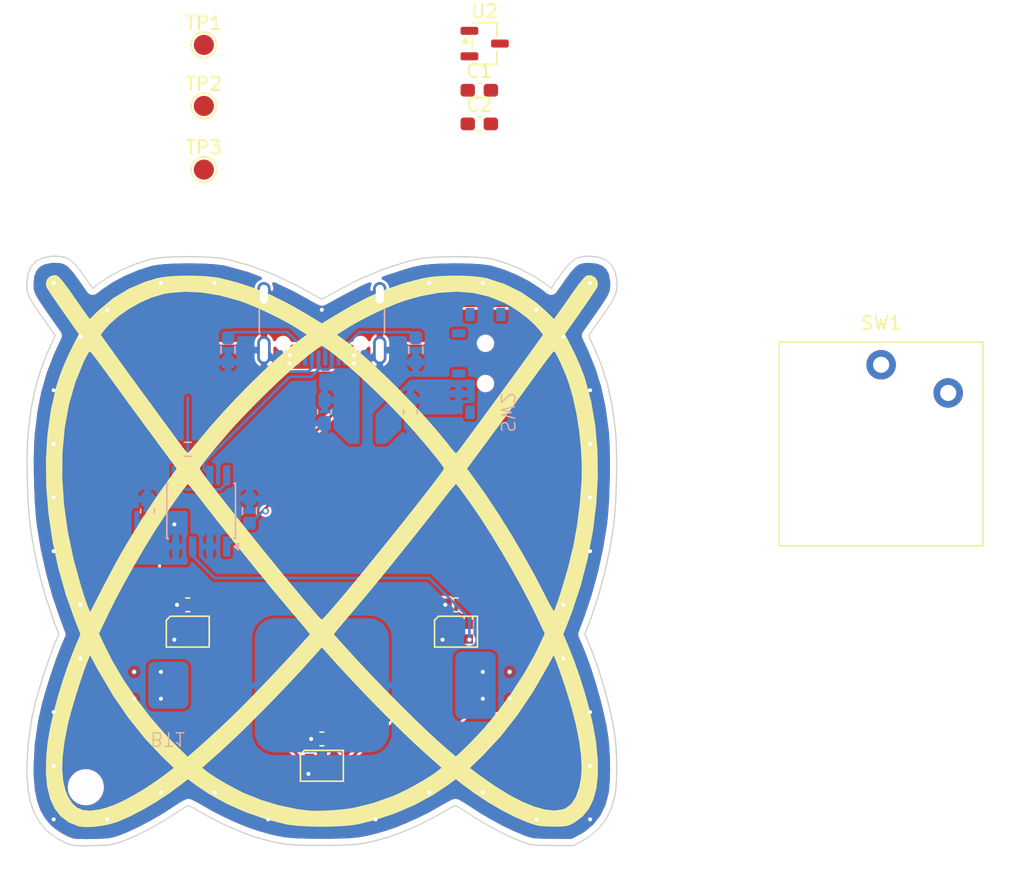
<source format=kicad_pcb>
(kicad_pcb (version 20241229) (generator "pcbnew") (generator_version "9.0")
  (layers (0 "F.Cu" signal) (2 "B.Cu" signal) (13 "F.Paste" user) (15 "B.Paste" user) (5 "F.SilkS" user "F.Silkscreen") (7 "B.SilkS" user "B.Silkscreen") (1 "F.Mask" user) (3 "B.Mask" user) (25 "Edge.Cuts" user))
  (net 0 "")
  (net 1 "GND")
  (net 2 "BAT")
  (net 3 "+5V")
  (net 4 "+3.3V")
  (net 5 "VDD")
  (net 6 "WS2812C")
  (net 7 "Net-(D1-DOUT)")
  (net 8 "Net-(D2-DOUT)")
  (net 10 "D-")
  (net 11 "Net-(J1-CC2)")
  (net 12 "D+")
  (net 13 "Net-(J1-CC1)")
  (net 16 "SWIO")
  (net 17 "DPU")
  (net 18 "KEY")
  (footprint "Library:risaju-cut" (layer "F.Cu") (at 100 100)
    (property "Reference" "G***" (hide yes))
    (property "Value" "LOGO" (hide yes))
    (fp_poly (pts (xy 20.621069 -21.926876) (xy 21.175776 -21.710432) (xy 21.590557 -21.351541) (xy 21.862868 -20.852719) (xy 21.990162 -20.216482) (xy 22 -19.950983) (xy 21.992715 -19.654443) (xy 21.961071 -19.394528) (xy 21.890385 -19.140211) (xy 21.765971 -18.860466) (xy 21.573146 -18.524266) (xy 21.297226 -18.100585) (xy 20.923526 -17.558396) (xy 20.751429 -17.312848) (xy 19.882285 -16.075695) (xy 20.304656 -15.166628) (xy 20.871491 -13.790923) (xy 21.31494 -12.357999) (xy 21.644221 -10.830959) (xy 21.868554 -9.172905) (xy 21.90792 -8.75) (xy 21.953122 -7.996944) (xy 21.976063 -7.098471) (xy 21.977912 -6.107787) (xy 21.959837 -5.078099) (xy 21.923009 -4.062613) (xy 21.868596 -3.114535) (xy 21.797767 -2.28707) (xy 21.758496 -1.95) (xy 21.475451 -0.184987) (xy 21.086529 1.611211) (xy 20.609625 3.365976) (xy 20.062635 5.006689) (xy 20.008071 5.152939) (xy 19.612353 6.203047) (xy 19.843212 6.726523) (xy 20.202783 7.611831) (xy 20.563226 8.626773) (xy 20.909623 9.719075) (xy 21.227058 10.836459) (xy 21.500611 11.92665) (xy 21.715364 12.937373) (xy 21.848241 13.752561) (xy 21.931093 14.568713) (xy 21.978494 15.445613) (xy 21.990315 16.326681) (xy 21.966425 17.155337) (xy 21.906695 17.874999) (xy 21.858463 18.204175) (xy 21.595229 19.159194) (xy 21.17006 20.008058) (xy 20.592566 20.737282) (xy 19.872356 21.333382) (xy 19.45 21.583463) (xy 18.75 21.95) (xy 17.2 21.943462) (xy 16.601532 21.939022) (xy 16.156416 21.927331) (xy 15.818007 21.902099) (xy 15.539659 21.857033) (xy 15.274726 21.785841) (xy 14.976563 21.682232) (xy 14.814809 21.621729) (xy 14.052836 21.301227) (xy 13.200142 20.887097) (xy 12.320242 20.413036) (xy 11.47665 19.912743) (xy 10.954752 19.573801) (xy 10.580096 19.326197) (xy 10.261799 19.127869) (xy 10.038498 19.002162) (xy 9.954752 18.969548) (xy 9.827693 19.019459) (xy 9.574319 19.150865) (xy 9.238586 19.340342) (xy 9.05 19.451677) (xy 8.264468 19.892472) (xy 7.398464 20.327838) (xy 6.514545 20.729199) (xy 5.675268 21.067978) (xy 5.019582 21.292779) (xy 4.344187 21.492144) (xy 3.758477 21.646589) (xy 3.219375 21.761691) (xy 2.683801 21.843024) (xy 2.108677 21.896165) (xy 1.450925 21.926689) (xy 0.667465 21.940171) (xy 0 21.942457) (xy -0.900887 21.937805) (xy -1.64499 21.920135) (xy -2.27539 21.883869) (xy -2.835164 21.823434) (xy -3.367391 21.733251) (xy -3.915151 21.607747) (xy -4.521521 21.441346) (xy -5.019583 21.292779) (xy -5.767107 21.033272) (xy -6.614667 20.685879) (xy -7.499706 20.279176) (xy -8.359667 19.84174) (xy -9.05 19.451677) (xy -9.410793 19.241619) (xy -9.711621 19.077699) (xy -9.90853 18.98334) (xy -9.954753 18.969548) (xy -10.075981 19.021584) (xy -10.322649 19.164637) (xy -10.656121 19.375362) (xy -10.954753 19.573801) (xy -11.734388 20.071221) (xy -12.587919 20.562211) (xy -13.454384 21.014536) (xy -14.272816 21.395961) (xy -14.81481 21.614771) (xy -15.184004 21.744245) (xy -15.502992 21.83367) (xy -15.828054 21.891884) (xy -16.215475 21.927726) (xy -16.721534 21.950034) (xy -17 21.957936) (xy -17.526933 21.965134) (xy -18.005877 21.959933) (xy -18.388842 21.943653) (xy -18.62784 21.917616) (xy -18.65 21.912502) (xy -19.167252 21.717222) (xy -19.729304 21.4143) (xy -20.2557 21.052016) (xy -20.615095 20.733368) (xy -21.090768 20.150025) (xy -21.458156 19.490316) (xy -21.724535 18.730268) (xy -21.897175 17.845907) (xy -21.983352 16.813261) (xy -21.996512 16.180121) (xy -21.909388 14.356852) (xy -21.636255 12.506323) (xy -21.355976 11.272439) (xy -21.165696 10.579507) (xy -20.933154 9.804578) (xy -20.675397 8.998882) (xy -20.409472 8.213646) (xy -20.152427 7.500101) (xy -19.92131 6.909473) (xy -19.843213 6.726523) (xy -19.612354 6.203047) (xy -20.008072 5.152939) (xy -20.560749 3.52673) (xy -21.045028 1.779622) (xy -21.443013 -0.01577) (xy -21.736808 -1.786826) (xy -21.758497 -1.95) (xy -21.836752 -2.701102) (xy -21.899149 -3.598224) (xy -21.94452 -4.58816) (xy -21.971696 -5.617704) (xy -21.979506 -6.63365) (xy -21.966783 -7.582791) (xy -21.932356 -8.411922) (xy -21.907921 -8.75) (xy -21.70748 -10.44511) (xy -21.40431 -12.000323) (xy -20.989193 -13.452535) (xy -20.452909 -14.838644) (xy -20.304657 -15.166628) (xy -19.882286 -16.075695) (xy -20.75143 -17.312848) (xy -21.166488 -17.908677) (xy -21.478134 -18.374113) (xy -21.701054 -18.74017) (xy -21.849932 -19.037865) (xy -21.939453 -19.298215) (xy -21.984301 -19.552235) (xy -21.999162 -19.830942) (xy -22 -19.95) (xy -21.926207 -20.636018) (xy -21.706525 -21.185475) (xy -21.343504 -21.595849) (xy -20.839691 -21.864617) (xy -20.197637 -21.989259) (xy -19.929966 -21.998355) (xy -19.472465 -21.973409) (xy -19.095329 -21.885058) (xy -18.762187 -21.709335) (xy -18.436667 -21.422272) (xy -18.0824 -20.999901) (xy -17.774659 -20.578075) (xy -17.091261 -19.607992) (xy -16.640963 -19.951713) (xy -15.826692 -20.494823) (xy -14.879333 -20.995656) (xy -13.865497 -21.422877) (xy -12.851798 -21.745151) (xy -12.8 -21.758538) (xy -12.3391 -21.841847) (xy -11.724411 -21.903361) (xy -11.000956 -21.943054) (xy -10.21376 -21.960904) (xy -9.407844 -21.956887) (xy -8.628232 -21.930978) (xy -7.919947 -21.883155) (xy -7.328012 -21.813393) (xy -7.05 -21.761577) (xy -5.332422 -21.285241) (xy -3.595224 -20.632493) (xy -1.876313 -19.818471) (xy -1.060112 -19.369865) (xy -0.661196 -19.143559) (xy -0.326245 -18.959812) (xy -0.092685 -18.838744) (xy 0 -18.8) (xy 0.109763 -18.847136) (xy 0.354735 -18.975128) (xy 0.697489 -19.163858) (xy 1.060111 -19.369865) (xy 2.756486 -20.256692) (xy 4.489545 -20.989589) (xy 6.221379 -21.55342) (xy 7.05 -21.761577) (xy 7.551542 -21.844378) (xy 8.196169 -21.905225) (xy 8.938857 -21.944144) (xy 9.734583 -21.961157) (xy 10.538325 -21.956289) (xy 11.305059 -21.929563) (xy 11.989762 -21.881004) (xy 12.547411 -21.810634) (xy 12.8 -21.758538) (xy 13.811858 -21.44262) (xy 14.827338 -21.020115) (xy 15.779829 -20.522357) (xy 16.602717 -19.980682) (xy 16.640962 -19.951713) (xy 17.09126 -19.607992) (xy 17.774658 -20.578075) (xy 18.174638 -21.118201) (xy 18.518496 -21.504953) (xy 18.842583 -21.762294) (xy 19.183247 -21.914189) (xy 19.576839 -21.984602) (xy 19.928983 -21.998355)) (stroke (width 0.1)) (fill no) (layer "Edge.Cuts"))
  )
  (footprint "LED_SMD:LED_WS2812B-2020_PLCC4_2.0x2.0mm" (layer "F.Cu") (at 90 106)
    (property "Reference" "D3" (hide yes))
    (property "Value" "WS2812B-2020" (hide yes))
    (pad "1" smd rect (at -0.915 -0.55) (size 0.7 0.7) (layers "F.Cu" "F.Mask" "F.Paste"))
    (pad "2" smd rect (at -0.915 0.55) (size 0.7 0.7) (layers "F.Cu" "F.Mask" "F.Paste") (net 1 "GND"))
    (pad "3" smd rect (at 0.915 0.55) (size 0.7 0.7) (layers "F.Cu" "F.Mask" "F.Paste") (net 8 "Net-(D2-DOUT)"))
    (pad "4" smd rect (at 0.915 -0.55) (size 0.7 0.7) (layers "F.Cu" "F.Mask" "F.Paste") (net 5 "VDD"))
  )
  (footprint "Library:SW_Kailh_Choc_V1" (layer "F.Cu") (at 141.7 92)
    (property "Reference" "SW1" (at 0 -9 0) (layer "F.SilkS"))
    (property "Value" "kailh low profile key switch")
    (pad "" np_thru_hole circle (at -5.5 0) (size 1.9 1.9) (drill 1.9) (layers "*.Cu" "*.Mask"))
    (pad "" np_thru_hole circle (at 0 0) (size 3.45 3.45) (drill 3.45) (layers "*.Cu" "*.Mask"))
    (pad "" np_thru_hole circle (at 5.5 0) (size 1.9 1.9) (drill 1.9) (layers "*.Cu" "*.Mask"))
    (pad "1" thru_hole circle (at 0 -5.9) (size 2.2 2.2) (drill 1.2) (layers "*.Cu" "*.Mask") (net 18 "KEY"))
    (pad "2" thru_hole circle (at 5 -3.8) (size 2.2 2.2) (drill 1.2) (layers "*.Cu" "*.Mask") (net 1 "GND"))
  )
  (footprint "Capacitor_SMD:C_0603_1608Metric_Pad1.08x0.95mm_HandSolder" (layer "F.Cu") (at 100 114 180)
    (property "Reference" "C4" (hide yes))
    (property "Value" "100n" (hide yes))
    (pad "1" smd roundrect (at -0.8625 0 180) (size 1.075 0.95) (layers "F.Cu" "F.Mask" "F.Paste") (net 5 "VDD"))
    (pad "2" smd roundrect (at 0.8625 0 180) (size 1.075 0.95) (layers "F.Cu" "F.Mask" "F.Paste") (net 1 "GND"))
  )
  (footprint "Capacitor_SMD:C_0603_1608Metric_Pad1.08x0.95mm_HandSolder" (layer "F.Cu") (at 90 104 180)
    (property "Reference" "C3" (hide yes))
    (property "Value" "100n" (hide yes))
    (pad "1" smd roundrect (at -0.8625 0 180) (size 1.075 0.95) (layers "F.Cu" "F.Mask" "F.Paste") (net 5 "VDD"))
    (pad "2" smd roundrect (at 0.8625 0 180) (size 1.075 0.95) (layers "F.Cu" "F.Mask" "F.Paste") (net 1 "GND"))
  )
  (footprint "Capacitor_SMD:C_0603_1608Metric_Pad1.08x0.95mm_HandSolder" (layer "F.Cu") (at 110 104 180)
    (property "Reference" "C5" (hide yes))
    (property "Value" "100n" (hide yes))
    (pad "1" smd roundrect (at -0.8625 0 180) (size 1.075 0.95) (layers "F.Cu" "F.Mask" "F.Paste") (net 5 "VDD"))
    (pad "2" smd roundrect (at 0.8625 0 180) (size 1.075 0.95) (layers "F.Cu" "F.Mask" "F.Paste") (net 1 "GND"))
  )
  (footprint "Capacitor_SMD:C_0603_1608Metric_Pad1.08x0.95mm_HandSolder" (layer "F.Cu") (at 111.7375 68.14)
    (property "Reference" "C2" (at 0 -1.43 0) (layer "F.SilkS"))
    (property "Value" "1u")
    (pad "1" smd roundrect (at -0.8625 0) (size 1.075 0.95) (layers "F.Cu" "F.Mask" "F.Paste") (net 3 "+5V"))
    (pad "2" smd roundrect (at 0.8625 0) (size 1.075 0.95) (layers "F.Cu" "F.Mask" "F.Paste") (net 1 "GND"))
  )
  (footprint "TestPoint:TestPoint_Pad_D1.5mm" (layer "F.Cu") (at 91.2 71.55)
    (property "Reference" "TP3" (at 0 -1.648 0) (layer "F.SilkS"))
    (property "Value" "SWIO")
    (pad "1" smd circle (at 0 0) (size 1.5 1.5) (layers "F.Cu" "F.Mask") (net 16 "SWIO"))
  )
  (footprint "LED_SMD:LED_WS2812B-2020_PLCC4_2.0x2.0mm" (layer "F.Cu") (at 100 116)
    (property "Reference" "D2" (hide yes))
    (property "Value" "WS2812B-2020" (hide yes))
    (pad "1" smd rect (at -0.915 -0.55) (size 0.7 0.7) (layers "F.Cu" "F.Mask" "F.Paste"))
    (pad "2" smd rect (at -0.915 0.55) (size 0.7 0.7) (layers "F.Cu" "F.Mask" "F.Paste") (net 1 "GND"))
    (pad "3" smd rect (at 0.915 0.55) (size 0.7 0.7) (layers "F.Cu" "F.Mask" "F.Paste") (net 7 "Net-(D1-DOUT)"))
    (pad "4" smd rect (at 0.915 -0.55) (size 0.7 0.7) (layers "F.Cu" "F.Mask" "F.Paste") (net 5 "VDD"))
  )
  (footprint "LED_SMD:LED_WS2812B-2020_PLCC4_2.0x2.0mm" (layer "F.Cu") (at 110 106)
    (property "Reference" "D1" (hide yes))
    (property "Value" "WS2812B-2020" (hide yes))
    (pad "1" smd rect (at -0.915 -0.55) (size 0.7 0.7) (layers "F.Cu" "F.Mask" "F.Paste") (net 7 "Net-(D1-DOUT)"))
    (pad "2" smd rect (at -0.915 0.55) (size 0.7 0.7) (layers "F.Cu" "F.Mask" "F.Paste") (net 1 "GND"))
    (pad "3" smd rect (at 0.915 0.55) (size 0.7 0.7) (layers "F.Cu" "F.Mask" "F.Paste") (net 6 "WS2812C"))
    (pad "4" smd rect (at 0.915 -0.55) (size 0.7 0.7) (layers "F.Cu" "F.Mask" "F.Paste") (net 5 "VDD"))
  )
  (footprint "Library:risaju" (layer "F.Cu") (at 100 100)
    (property "Reference" "G***" (hide yes))
    (property "Value" "LOGO" (hide yes))
  )
  (footprint "TestPoint:TestPoint_Pad_D1.5mm" (layer "F.Cu") (at 91.2 66.8)
    (property "Reference" "TP2" (at 0 -1.648 0) (layer "F.SilkS"))
    (property "Value" "GND")
    (pad "1" smd circle (at 0 0) (size 1.5 1.5) (layers "F.Cu" "F.Mask") (net 1 "GND"))
  )
  (footprint "Package_TO_SOT_SMD:SOT-23-3" (layer "F.Cu") (at 112.1375 62.15)
    (property "Reference" "U2" (at 0 -2.4 0) (layer "F.SilkS"))
    (property "Value" "XC6206P332MR")
    (pad "1" smd roundrect (at -1.1375 -0.95) (size 1.325 0.6) (layers "F.Cu" "F.Mask" "F.Paste") (net 1 "GND"))
    (pad "2" smd roundrect (at -1.1375 0.95) (size 1.325 0.6) (layers "F.Cu" "F.Mask" "F.Paste") (net 4 "+3.3V"))
    (pad "3" smd roundrect (at 1.1375 0) (size 1.325 0.6) (layers "F.Cu" "F.Mask" "F.Paste") (net 3 "+5V"))
  )
  (footprint "Capacitor_SMD:C_0603_1608Metric_Pad1.08x0.95mm_HandSolder" (layer "F.Cu") (at 111.7375 65.63)
    (property "Reference" "C1" (at 0 -1.43 0) (layer "F.SilkS"))
    (property "Value" "1u")
    (pad "1" smd roundrect (at -0.8625 0) (size 1.075 0.95) (layers "F.Cu" "F.Mask" "F.Paste") (net 4 "+3.3V"))
    (pad "2" smd roundrect (at 0.8625 0) (size 1.075 0.95) (layers "F.Cu" "F.Mask" "F.Paste") (net 1 "GND"))
  )
  (footprint "TestPoint:TestPoint_Pad_D1.5mm" (layer "F.Cu") (at 91.2 62.25)
    (property "Reference" "TP1" (at 0 -1.648 0) (layer "F.SilkS"))
    (property "Value" "VDD")
    (pad "1" smd circle (at 0 0) (size 1.5 1.5) (layers "F.Cu" "F.Mask") (net 5 "VDD"))
  )
  (footprint "QRCODE" (layer "B.Cu") (at 119.656855 96 135)
    (property "Reference" "" (at 0 0 135) (layer "B.SilkS") (effects (font (size 1.27 1.27)) (justify mirror)))
    (property "Value" "https://ueckoken.club/")
  )
  (footprint "Package_SO:JEITA_SOIC-8_3.9x4.9mm_P1.27mm" (layer "B.Cu") (at 91 97 90)
    (property "Reference" "U1" (hide yes))
    (property "Value" "CH32V003J4M6" (hide yes))
    (pad "1" smd roundrect (at -2.65 1.905 90) (size 1.5 0.55) (layers "B.Cu" "B.Mask" "B.Paste") (net 18 "KEY"))
    (pad "2" smd roundrect (at -2.65 0.635 90) (size 1.5 0.55) (layers "B.Cu" "B.Mask" "B.Paste") (net 1 "GND"))
    (pad "3" smd roundrect (at -2.65 -0.635 90) (size 1.5 0.55) (layers "B.Cu" "B.Mask" "B.Paste") (net 6 "WS2812C"))
    (pad "4" smd roundrect (at -2.65 -1.905 90) (size 1.5 0.55) (layers "B.Cu" "B.Mask" "B.Paste") (net 5 "VDD"))
    (pad "5" smd roundrect (at 2.65 -1.905 90) (size 1.5 0.55) (layers "B.Cu" "B.Mask" "B.Paste") (net 17 "DPU"))
    (pad "6" smd roundrect (at 2.65 -0.635 90) (size 1.5 0.55) (layers "B.Cu" "B.Mask" "B.Paste") (net 10 "D-"))
    (pad "7" smd roundrect (at 2.65 0.635 90) (size 1.5 0.55) (layers "B.Cu" "B.Mask" "B.Paste") (net 12 "D+"))
    (pad "8" smd roundrect (at 2.65 1.905 90) (size 1.5 0.55) (layers "B.Cu" "B.Mask" "B.Paste") (net 16 "SWIO"))
  )
  (footprint "Connector_USB:USB_C_Receptacle_GCT_USB4105-xx-A_16P_TopMnt_Horizontal" (layer "B.Cu") (at 100 81.91)
    (property "Reference" "J1" (hide yes))
    (property "Value" "USB_C_Receptacle_USB2.0_16P" (hide yes))
    (pad "" np_thru_hole circle (at -2.89 2.605) (size 0.65 0.65) (drill 0.65) (layers "*.Cu" "*.Mask"))
    (pad "" np_thru_hole circle (at 2.89 2.605) (size 0.65 0.65) (drill 0.65) (layers "*.Cu" "*.Mask"))
    (pad "A1" smd roundrect (at -3.2 3.68) (size 0.6 1.15) (layers "B.Cu" "B.Mask" "B.Paste") (net 1 "GND"))
    (pad "A4" smd roundrect (at -2.4 3.68) (size 0.6 1.15) (layers "B.Cu" "B.Mask" "B.Paste") (net 3 "+5V"))
    (pad "A5" smd roundrect (at -1.25 3.68) (size 0.3 1.15) (layers "B.Cu" "B.Mask" "B.Paste") (net 13 "Net-(J1-CC1)"))
    (pad "A6" smd roundrect (at -0.25 3.68) (size 0.3 1.15) (layers "B.Cu" "B.Mask" "B.Paste") (net 12 "D+"))
    (pad "A7" smd roundrect (at 0.25 3.68) (size 0.3 1.15) (layers "B.Cu" "B.Mask" "B.Paste") (net 10 "D-"))
    (pad "A8" smd roundrect (at 1.25 3.68) (size 0.3 1.15) (layers "B.Cu" "B.Mask" "B.Paste"))
    (pad "A9" smd roundrect (at 2.4 3.68) (size 0.6 1.15) (layers "B.Cu" "B.Mask" "B.Paste") (net 3 "+5V"))
    (pad "A12" smd roundrect (at 3.2 3.68) (size 0.6 1.15) (layers "B.Cu" "B.Mask" "B.Paste") (net 1 "GND"))
    (pad "B1" smd roundrect (at 3.2 3.68) (size 0.6 1.15) (layers "B.Cu" "B.Mask" "B.Paste") (net 1 "GND"))
    (pad "B4" smd roundrect (at 2.4 3.68) (size 0.6 1.15) (layers "B.Cu" "B.Mask" "B.Paste") (net 3 "+5V"))
    (pad "B5" smd roundrect (at 1.75 3.68) (size 0.3 1.15) (layers "B.Cu" "B.Mask" "B.Paste") (net 11 "Net-(J1-CC2)"))
    (pad "B6" smd roundrect (at 0.75 3.68) (size 0.3 1.15) (layers "B.Cu" "B.Mask" "B.Paste") (net 12 "D+"))
    (pad "B7" smd roundrect (at -0.75 3.68) (size 0.3 1.15) (layers "B.Cu" "B.Mask" "B.Paste") (net 10 "D-"))
    (pad "B8" smd roundrect (at -1.75 3.68) (size 0.3 1.15) (layers "B.Cu" "B.Mask" "B.Paste"))
    (pad "B9" smd roundrect (at -2.4 3.68) (size 0.6 1.15) (layers "B.Cu" "B.Mask" "B.Paste") (net 3 "+5V"))
    (pad "B12" smd roundrect (at -3.2 3.68) (size 0.6 1.15) (layers "B.Cu" "B.Mask" "B.Paste") (net 1 "GND"))
    (pad "S1" thru_hole oval (at -4.32 -1.075) (size 1 1.8) (drill oval 0.6 1.4) (property pad_prop_heatsink) (layers "*.Cu" "*.Mask" "B.Paste") (net 1 "GND"))
    (pad "S1" thru_hole oval (at -4.32 3.105) (size 1 2.1) (drill oval 0.6 1.7) (property pad_prop_heatsink) (layers "*.Cu" "*.Mask" "B.Paste") (net 1 "GND"))
    (pad "S1" thru_hole oval (at 4.32 -1.075) (size 1 1.8) (drill oval 0.6 1.4) (property pad_prop_heatsink) (layers "*.Cu" "*.Mask" "B.Paste") (net 1 "GND"))
    (pad "S1" thru_hole oval (at 4.32 3.105) (size 1 2.1) (drill oval 0.6 1.7) (property pad_prop_heatsink) (layers "*.Cu" "*.Mask" "B.Paste") (net 1 "GND"))
  )
  (footprint "Capacitor_SMD:C_0603_1608Metric_Pad1.08x0.95mm_HandSolder" (layer "B.Cu") (at 106.6 89.6 -90)
    (property "Reference" "C2" (hide yes))
    (property "Value" "1u" (hide yes))
    (pad "1" smd roundrect (at -0.8625 0 270) (size 1.075 0.95) (layers "B.Cu" "B.Mask" "B.Paste") (net 4 "+3.3V"))
    (pad "2" smd roundrect (at 0.8625 0 270) (size 1.075 0.95) (layers "B.Cu" "B.Mask" "B.Paste") (net 1 "GND"))
  )
  (footprint "Resistor_SMD:R_0603_1608Metric_Pad0.98x0.95mm_HandSolder" (layer "B.Cu") (at 90 92.4)
    (property "Reference" "R3" (hide yes))
    (property "Value" "1.5K" (hide yes))
    (pad "1" smd roundrect (at -0.9125 0) (size 0.975 0.95) (layers "B.Cu" "B.Mask" "B.Paste") (net 17 "DPU"))
    (pad "2" smd roundrect (at 0.9125 0) (size 0.975 0.95) (layers "B.Cu" "B.Mask" "B.Paste") (net 10 "D-"))
  )
  (footprint "Resistor_SMD:R_0603_1608Metric_Pad0.98x0.95mm_HandSolder" (layer "B.Cu") (at 94.6 97 -90)
    (property "Reference" "R4" (hide yes))
    (property "Value" "10k" (hide yes))
    (pad "1" smd roundrect (at -0.9125 0 270) (size 0.975 0.95) (layers "B.Cu" "B.Mask" "B.Paste") (net 1 "GND"))
    (pad "2" smd roundrect (at 0.9125 0 270) (size 0.975 0.95) (layers "B.Cu" "B.Mask" "B.Paste") (net 18 "KEY"))
  )
  (footprint "MountingHole:MountingHole_2.2mm_M2" (layer "B.Cu") (at 82.4 117.6 180)
    (property "Reference" "H1" (hide yes))
    (property "Value" "MountingHole" (hide yes))
    (pad "" np_thru_hole circle (at 0 0 180) (size 2.2 2.2) (drill 2.2) (layers "*.Cu" "*.Mask"))
  )
  (footprint "Resistor_SMD:R_0603_1608Metric_Pad0.98x0.95mm_HandSolder" (layer "B.Cu") (at 107 85 -90)
    (property "Reference" "R2" (hide yes))
    (property "Value" "5.1K" (hide yes))
    (pad "1" smd roundrect (at -0.9125 0 270) (size 0.975 0.95) (layers "B.Cu" "B.Mask" "B.Paste") (net 11 "Net-(J1-CC2)"))
    (pad "2" smd roundrect (at 0.9125 0 270) (size 0.975 0.95) (layers "B.Cu" "B.Mask" "B.Paste") (net 1 "GND"))
  )
  (footprint "Resistor_SMD:R_0603_1608Metric_Pad0.98x0.95mm_HandSolder" (layer "B.Cu") (at 93 85 -90)
    (property "Reference" "R1" (hide yes))
    (property "Value" "5.1K" (hide yes))
    (pad "1" smd roundrect (at -0.9125 0 270) (size 0.975 0.95) (layers "B.Cu" "B.Mask" "B.Paste") (net 13 "Net-(J1-CC1)"))
    (pad "2" smd roundrect (at 0.9125 0 270) (size 0.975 0.95) (layers "B.Cu" "B.Mask" "B.Paste") (net 1 "GND"))
  )
  (footprint "Library:MSK12C02G25-B" (layer "B.Cu") (at 112.2 86 90)
    (property "Reference" "SW2" (at -3.65 1.65 270) (layer "B.SilkS") (effects (font (thickness 0.1)) (justify mirror)))
    (property "Value" "MSK12C02G25-B")
    (pad "" np_thru_hole circle (at -1.5 0 90) (size 0.8 0.8) (drill 0.8) (layers "*.Cu" "*.Mask"))
    (pad "" np_thru_hole circle (at 1.5 0 90) (size 0.8 0.8) (drill 0.8) (layers "*.Cu" "*.Mask"))
    (pad "1" smd roundrect (at -2.25 -2 90) (size 0.6 1) (layers "B.Cu" "B.Mask" "B.Paste") (roundrect_rratio 0.15) (net 4 "+3.3V"))
    (pad "2" smd roundrect (at -0.75 -2 90) (size 0.6 1) (layers "B.Cu" "B.Mask" "B.Paste") (roundrect_rratio 0.15) (net 5 "VDD"))
    (pad "3" smd roundrect (at 2.25 -2 90) (size 0.6 1) (layers "B.Cu" "B.Mask" "B.Paste") (roundrect_rratio 0.15) (net 2 "BAT"))
    (pad "MP" smd roundrect (at -3.65 -1.15 90) (size 1 0.7) (layers "B.Cu" "B.Mask" "B.Paste") (roundrect_rratio 0.15))
    (pad "MP" smd roundrect (at -3.65 1.15 90) (size 1 0.7) (layers "B.Cu" "B.Mask" "B.Paste") (roundrect_rratio 0.15))
    (pad "MP" smd roundrect (at 3.65 -1.15 90) (size 1 0.7) (layers "B.Cu" "B.Mask" "B.Paste") (roundrect_rratio 0.15))
    (pad "MP" smd roundrect (at 3.65 1.15 90) (size 1 0.7) (layers "B.Cu" "B.Mask" "B.Paste") (roundrect_rratio 0.15))
  )
  (footprint "Capacitor_SMD:C_0603_1608Metric_Pad1.08x0.95mm_HandSolder" (layer "B.Cu") (at 87 97 90)
    (property "Reference" "C6" (hide yes))
    (property "Value" "0.1u" (hide yes))
    (pad "1" smd roundrect (at -0.8625 0 90) (size 1.075 0.95) (layers "B.Cu" "B.Mask" "B.Paste") (net 5 "VDD"))
    (pad "2" smd roundrect (at 0.8625 0 90) (size 1.075 0.95) (layers "B.Cu" "B.Mask" "B.Paste") (net 1 "GND"))
  )
  (footprint "Library:MY-2032-10" (layer "B.Cu") (at 88.55 110)
    (property "Reference" "BT1" (at 0 4 180) (layer "B.SilkS") (effects (font (thickness 0.1)) (justify mirror)))
    (property "Value" "CR2032(MY-2032-10)")
    (pad "1" smd roundrect (at 0 0) (size 3 3.5) (layers "B.Cu" "B.Mask" "B.Paste") (roundrect_rratio 0.15) (net 2 "BAT"))
    (pad "1" smd roundrect (at 22.9 0) (size 3 5) (layers "B.Cu" "B.Mask" "B.Paste") (roundrect_rratio 0.15) (net 2 "BAT"))
    (pad "2" smd roundrect (at 11.45 0) (size 10 10) (layers "B.Cu" "B.Mask" "B.Paste") (roundrect_rratio 0.15) (net 1 "GND"))
  )
  (footprint "Capacitor_SMD:C_0603_1608Metric_Pad1.08x0.95mm_HandSolder" (layer "B.Cu") (at 100.2 89.6 -90)
    (property "Reference" "C1" (hide yes))
    (property "Value" "1u" (hide yes))
    (pad "1" smd roundrect (at -0.8625 0 270) (size 1.075 0.95) (layers "B.Cu" "B.Mask" "B.Paste") (net 3 "+5V"))
    (pad "2" smd roundrect (at 0.8625 0 270) (size 1.075 0.95) (layers "B.Cu" "B.Mask" "B.Paste") (net 1 "GND"))
  )
  (via (at 120 92) (size 0.5) (drill 0.3) (layers "F.Cu" "B.Cu") (net 1))
  (via (at 80 116) (size 0.5) (drill 0.3) (layers "F.Cu" "B.Cu") (net 1))
  (via (at 80 92) (size 0.5) (drill 0.3) (layers "F.Cu" "B.Cu") (net 1))
  (via (at 120 120) (size 0.5) (drill 0.3) (layers "F.Cu" "B.Cu") (net 1))
  (via (at 96 120) (size 0.5) (drill 0.3) (layers "F.Cu" "B.Cu") (net 1))
  (via (at 80 80) (size 0.5) (drill 0.3) (layers "F.Cu" "B.Cu") (net 1))
  (via (at 116 82) (size 0.5) (drill 0.3) (layers "F.Cu" "B.Cu") (net 1))
  (via (at 88 80) (size 0.5) (drill 0.3) (layers "F.Cu" "B.Cu") (net 1))
  (via (at 82 84) (size 0.5) (drill 0.3) (layers "F.Cu" "B.Cu") (net 1))
  (via (at 120 100) (size 0.5) (drill 0.3) (layers "F.Cu" "B.Cu") (net 1))
  (via (at 82 104) (size 0.5) (drill 0.3) (layers "F.Cu" "B.Cu") (net 1))
  (via (at 80 100) (size 0.5) (drill 0.3) (layers "F.Cu" "B.Cu") (net 1))
  (via (at 120 112) (size 0.5) (drill 0.3) (layers "F.Cu" "B.Cu") (net 1))
  (via (at 109 106.6) (size 0.5) (drill 0.3) (layers "F.Cu" "B.Cu") (net 1))
  (via (at 108 80) (size 0.5) (drill 0.3) (layers "F.Cu" "B.Cu") (net 1))
  (via (at 80 88) (size 0.5) (drill 0.3) (layers "F.Cu" "B.Cu") (net 1))
  (via (at 92 118) (size 0.5) (drill 0.3) (layers "F.Cu" "B.Cu") (net 1))
  (via (at 80 96) (size 0.5) (drill 0.3) (layers "F.Cu" "B.Cu") (net 1))
  (via (at 112 118) (size 0.5) (drill 0.3) (layers "F.Cu" "B.Cu") (net 1))
  (via (at 109.2 104) (size 0.5) (drill 0.3) (layers "F.Cu" "B.Cu") (net 1))
  (via (at 108 118) (size 0.5) (drill 0.3) (layers "F.Cu" "B.Cu") (net 1))
  (via (at 120 116) (size 0.5) (drill 0.3) (layers "F.Cu" "B.Cu") (net 1))
  (via (at 84 82) (size 0.5) (drill 0.3) (layers "F.Cu" "B.Cu") (net 1))
  (via (at 112 80) (size 0.5) (drill 0.3) (layers "F.Cu" "B.Cu") (net 1))
  (via (at 88 118) (size 0.5) (drill 0.3) (layers "F.Cu" "B.Cu") (net 1))
  (via (at 116 120) (size 0.5) (drill 0.3) (layers "F.Cu" "B.Cu") (net 1))
  (via (at 89 106.6) (size 0.5) (drill 0.3) (layers "F.Cu" "B.Cu") (net 1))
  (via (at 82 108) (size 0.5) (drill 0.3) (layers "F.Cu" "B.Cu") (net 1))
  (via (at 118 104) (size 0.5) (drill 0.3) (layers "F.Cu" "B.Cu") (net 1))
  (via (at 99.2 114) (size 0.5) (drill 0.3) (layers "F.Cu" "B.Cu") (net 1))
  (via (at 104 120) (size 0.5) (drill 0.3) (layers "F.Cu" "B.Cu") (net 1))
  (via (at 80 120) (size 0.5) (drill 0.3) (layers "F.Cu" "B.Cu") (net 1))
  (via (at 120 80) (size 0.5) (drill 0.3) (layers "F.Cu" "B.Cu") (net 1))
  (via (at 120 96) (size 0.5) (drill 0.3) (layers "F.Cu" "B.Cu") (net 1))
  (via (at 84 120) (size 0.5) (drill 0.3) (layers "F.Cu" "B.Cu") (net 1))
  (via (at 120 88) (size 0.5) (drill 0.3) (layers "F.Cu" "B.Cu") (net 1))
  (via (at 80 112) (size 0.5) (drill 0.3) (layers "F.Cu" "B.Cu") (net 1))
  (via (at 118 84) (size 0.5) (drill 0.3) (layers "F.Cu" "B.Cu") (net 1))
  (via (at 99 116.6) (size 0.5) (drill 0.3) (layers "F.Cu" "B.Cu") (net 1))
  (via (at 89.2 104) (size 0.5) (drill 0.3) (layers "F.Cu" "B.Cu") (net 1))
  (via (at 100 82) (size 0.5) (drill 0.3) (layers "F.Cu" "B.Cu") (net 1))
  (via (at 92 80) (size 0.5) (drill 0.3) (layers "F.Cu" "B.Cu") (net 1))
  (via (at 118 108) (size 0.5) (drill 0.3) (layers "F.Cu" "B.Cu") (net 1))
  (segment (start 96.255 85.59) (end 95.68 85.015) (width 0.5) (layer "B.Cu") (net 1))
  (segment (start 103.745 85.59) (end 104.32 85.015) (width 0.5) (layer "B.Cu") (net 1))
  (segment (start 96.8 85.59) (end 96.255 85.59) (width 0.5) (layer "B.Cu") (net 1))
  (segment (start 103.2 85.59) (end 103.745 85.59) (width 0.5) (layer "B.Cu") (net 1))
  (via (at 86 111) (size 0.5) (drill 0.3) (layers "F.Cu" "B.Cu") (net 2))
  (via (at 88 109) (size 0.5) (drill 0.3) (layers "F.Cu" "B.Cu") (net 2))
  (via (at 114 109) (size 0.5) (drill 0.3) (layers "F.Cu" "B.Cu") (net 2))
  (via (at 112 111) (size 0.5) (drill 0.3) (layers "F.Cu" "B.Cu") (net 2))
  (via (at 112 109) (size 0.5) (drill 0.3) (layers "F.Cu" "B.Cu") (net 2))
  (via (at 114 111) (size 0.5) (drill 0.3) (layers "F.Cu" "B.Cu") (net 2))
  (via (at 88 111) (size 0.5) (drill 0.3) (layers "F.Cu" "B.Cu") (net 2))
  (via (at 86 109) (size 0.5) (drill 0.3) (layers "F.Cu" "B.Cu") (net 2))
  (via (at 97.6 86) (size 0.5) (drill 0.3) (layers "F.Cu" "B.Cu") (net 3))
  (via (at 102.4 86) (size 0.5) (drill 0.3) (layers "F.Cu" "B.Cu") (net 3))
  (via (at 102.4 85.4) (size 0.5) (drill 0.3) (layers "F.Cu" "B.Cu") (net 3))
  (via (at 97.6 85.4) (size 0.5) (drill 0.3) (layers "F.Cu" "B.Cu") (net 3))
  (via (at 89 98) (size 0.5) (drill 0.3) (layers "F.Cu" "B.Cu") (net 5))
  (segment (start 87 97.8625) (end 87.3075 97.8625) (width 0.2) (layer "B.Cu") (net 5))
  (via (at 111 106.6) (size 0.5) (drill 0.3) (layers "F.Cu" "B.Cu") (net 6))
  (segment (start 111 105) (end 111 106.6) (width 0.2) (layer "B.Cu") (net 6))
  (segment (start 108 102) (end 111 105) (width 0.2) (layer "B.Cu") (net 6))
  (segment (start 92 102) (end 108 102) (width 0.2) (layer "B.Cu") (net 6))
  (segment (start 90.365 100.365) (end 92 102) (width 0.2) (layer "B.Cu") (net 6))
  (segment (start 90.365 99.65) (end 90.365 100.365) (width 0.2) (layer "B.Cu") (net 6))
  (segment (start 100.915 116.55) (end 101.05 116.55) (width 0.2) (layer "F.Cu") (net 7))
  (segment (start 108.4 105.8675) (end 108.8175 105.45) (width 0.2) (layer "F.Cu") (net 7))
  (segment (start 108.8175 105.45) (end 109.085 105.45) (width 0.2) (layer "F.Cu") (net 7))
  (segment (start 108.935 105.6) (end 109.085 105.45) (width 0.2) (layer "F.Cu") (net 7))
  (segment (start 108.4 109.2) (end 108.4 105.8675) (width 0.2) (layer "F.Cu") (net 7))
  (segment (start 101.05 116.55) (end 108.4 109.2) (width 0.2) (layer "F.Cu") (net 7))
  (segment (start 98.45 115.45) (end 99.085 115.45) (width 0.2) (layer "F.Cu") (net 8))
  (segment (start 90.915 107.915) (end 98.45 115.45) (width 0.2) (layer "F.Cu") (net 8))
  (segment (start 90.915 106.55) (end 90.915 107.915) (width 0.2) (layer "F.Cu") (net 8))
  (segment (start 90.8 93.2) (end 90.8 93.915) (width 0.2) (layer "B.Cu") (net 10))
  (segment (start 99.25 85.59) (end 99.25 84.981176) (width 0.2) (layer "B.Cu") (net 10))
  (segment (start 91 93) (end 90.8 93.2) (width 0.2) (layer "B.Cu") (net 10))
  (segment (start 100.25 84.981176) (end 100.25 85.59) (width 0.2) (layer "B.Cu") (net 10))
  (segment (start 99.25 85.59) (end 99.25 86.35) (width 0.2) (layer "B.Cu") (net 10))
  (segment (start 90.8 93.915) (end 90.365 94.35) (width 0.2) (layer "B.Cu") (net 10))
  (segment (start 99.25 84.981176) (end 99.517176 84.714) (width 0.2) (layer "B.Cu") (net 10))
  (segment (start 99.982824 84.714) (end 100.25 84.981176) (width 0.2) (layer "B.Cu") (net 10))
  (segment (start 97.401 86.599) (end 92 92) (width 0.2) (layer "B.Cu") (net 10))
  (segment (start 92 92) (end 91 93) (width 0.2) (layer "B.Cu") (net 10))
  (segment (start 99.001 86.599) (end 97.401 86.599) (width 0.2) (layer "B.Cu") (net 10))
  (segment (start 99.25 86.35) (end 99.001 86.599) (width 0.2) (layer "B.Cu") (net 10))
  (segment (start 99.517176 84.714) (end 99.982824 84.714) (width 0.2) (layer "B.Cu") (net 10))
  (segment (start 101.75 84.698992) (end 101.75 85.59) (width 0.2) (layer "B.Cu") (net 11))
  (segment (start 106.5765 83.664) (end 102.784992 83.664) (width 0.2) (layer "B.Cu") (net 11))
  (segment (start 102.784992 83.664) (end 101.75 84.698992) (width 0.2) (layer "B.Cu") (net 11))
  (segment (start 107 84.0875) (end 106.5765 83.664) (width 0.2) (layer "B.Cu") (net 11))
  (segment (start 100.75 86.198824) (end 100.75 85.59) (width 0.2) (layer "B.Cu") (net 12))
  (segment (start 91.2 93.4) (end 97.6 87) (width 0.2) (layer "B.Cu") (net 12))
  (segment (start 100.017176 86.466) (end 100.482824 86.466) (width 0.2) (layer "B.Cu") (net 12))
  (segment (start 91.635 94.35) (end 91.2 93.915) (width 0.2) (layer "B.Cu") (net 12))
  (segment (start 91.2 93.915) (end 91.2 93.4) (width 0.2) (layer "B.Cu") (net 12))
  (segment (start 99.75 86.45) (end 99.75 86.198824) (width 0.2) (layer "B.Cu") (net 12))
  (segment (start 99.2 87) (end 99.75 86.45) (width 0.2) (layer "B.Cu") (net 12))
  (segment (start 99.75 86.198824) (end 100.017176 86.466) (width 0.2) (layer "B.Cu") (net 12))
  (segment (start 99.75 85.59) (end 99.75 86.198824) (width 0.2) (layer "B.Cu") (net 12))
  (segment (start 100.482824 86.466) (end 100.75 86.198824) (width 0.2) (layer "B.Cu") (net 12))
  (segment (start 97.6 87) (end 99.2 87) (width 0.2) (layer "B.Cu") (net 12))
  (segment (start 97.432824 83.664) (end 98.75 84.981176) (width 0.2) (layer "B.Cu") (net 13))
  (segment (start 98.75 84.981176) (end 98.75 85.59) (width 0.2) (layer "B.Cu") (net 13))
  (segment (start 93 84.0875) (end 93.4235 83.664) (width 0.2) (layer "B.Cu") (net 13))
  (segment (start 93.4235 83.664) (end 97.432824 83.664) (width 0.2) (layer "B.Cu") (net 13))
  (segment (start 92.40025 95.401) (end 89.901 95.401) (width 0.2) (layer "B.Cu") (net 16))
  (segment (start 89.7 93.5) (end 90 93.2) (width 0.2) (layer "B.Cu") (net 16))
  (segment (start 90 93.2) (end 90 88.54) (width 0.2) (layer "B.Cu") (net 16))
  (segment (start 89.901 95.401) (end 89.7 95.2) (width 0.2) (layer "B.Cu") (net 16))
  (segment (start 92.905 94.89625) (end 92.40025 95.401) (width 0.2) (layer "B.Cu") (net 16))
  (segment (start 92.905 94.35) (end 92.905 94.89625) (width 0.2) (layer "B.Cu") (net 16))
  (segment (start 89.7 95.2) (end 89.7 93.5) (width 0.2) (layer "B.Cu") (net 16))
  (segment (start 89.2 94.245) (end 89.2 92.5125) (width 0.2) (layer "B.Cu") (net 17))
  (segment (start 89.2 92.5125) (end 89.0875 92.4) (width 0.2) (layer "B.Cu") (net 17))
  (segment (start 89.095 94.35) (end 89.2 94.245) (width 0.2) (layer "B.Cu") (net 17))
  (segment (start 97.6 95) (end 97.6 93) (width 0.2) (layer "F.Cu") (net 18))
  (segment (start 101.9 88.7) (end 102.5 88.7) (width 0.2) (layer "F.Cu") (net 18))
  (segment (start 95.8 97) (end 95.8 96.8) (width 0.2) (layer "F.Cu") (net 18))
  (segment (start 97.6 93) (end 101.9 88.7) (width 0.2) (layer "F.Cu") (net 18))
  (segment (start 95.8 96.8) (end 97.6 95) (width 0.2) (layer "F.Cu") (net 18))
  (via (at 95.8 97) (size 0.5) (drill 0.3) (layers "F.Cu" "B.Cu") (net 18))
  (segment (start 94.6875 97.9125) (end 94.6 97.9125) (width 0.2) (layer "B.Cu") (net 18))
  (segment (start 95.8 97) (end 95.6 97) (width 0.2) (layer "B.Cu") (net 18))
  (segment (start 92.905 99.65) (end 92.95 99.65) (width 0.2) (layer "B.Cu") (net 18))
  (segment (start 95.6 97) (end 94.6875 97.9125) (width 0.2) (layer "B.Cu") (net 18))
  (segment (start 94.6 98) (end 94.6 97.9125) (width 0.2) (layer "B.Cu") (net 18))
  (segment (start 92.95 99.65) (end 94.6 98) (width 0.2) (layer "B.Cu") (net 18))
  (zone (net 3) (net_name "+5V") (layer "F.Cu") (priority 5) (connect_pads (clearance 0.2)) (min_thickness 0.25) (fill yes (thermal_gap 0.2) (thermal_bridge_width 0.5))
    (polygon (pts (xy 97.2 84.6) (xy 97.2 86.4) (xy 102.8 86.4) (xy 102.8 84.6)))
  )
  (zone (net 5) (net_name "VDD") (layer "F.Cu") (priority 2) (connect_pads (clearance 0.2)) (min_thickness 0.25) (fill yes (thermal_gap 0.2) (thermal_bridge_width 0.5))
    (polygon (pts (xy 88 84.6) (xy 88 105) (xy 98.6 116) (xy 101.4 116) (xy 112 105) (xy 112 84.6)))
  )
  (zone (net 2) (net_name "BAT") (layer "F.Cu") (priority 1) (connect_pads (clearance 0.2)) (min_thickness 0.25) (fill yes (thermal_gap 0.2) (thermal_bridge_width 0.5))
    (polygon (pts (xy 108 82) (xy 108 108) (xy 85 108) (xy 85 112) (xy 89 112) (xy 97 120) (xy 103 120) (xy 111 112) (xy 115 112) (xy 115 82)))
  )
  (zone (net 1) (net_name "GND") (layers "F.Cu" "B.Cu") (connect_pads (clearance 0.2)) (min_thickness 0.25) (fill yes (thermal_gap 0.2) (thermal_bridge_width 0.5))
    (polygon (pts (xy 124 76) (xy 76 76) (xy 76 124) (xy 124 124)))
  )
  (zone (net 4) (net_name "+3.3V") (layer "B.Cu") (priority 3) (connect_pads (clearance 0.2)) (min_thickness 0.25) (fill yes (thermal_gap 0.2) (thermal_bridge_width 0.5))
    (polygon (pts (xy 104 89.8) (xy 104 92) (xy 104.8 92) (xy 107 89.8) (xy 111.4 89.8) (xy 111.4 87.2) (xy 106.6 87.2)))
  )
  (zone (net 3) (net_name "+5V") (layer "B.Cu") (priority 4) (connect_pads (clearance 0.2)) (min_thickness 0.25) (fill yes (thermal_gap 0.2) (thermal_bridge_width 0.5))
    (polygon (pts (xy 99.8 89.8) (xy 102 92) (xy 102.8 92) (xy 102.8 86) (xy 99.8 86)))
  )
  (zone (net 5) (net_name "VDD") (layer "B.Cu") (priority 6) (connect_pads (clearance 0.2)) (min_thickness 0.25) (fill yes (thermal_gap 0.2) (thermal_bridge_width 0.5))
    (polygon (pts (xy 86 97) (xy 90 97) (xy 90 101) (xy 86 101)))
  )
)
</source>
